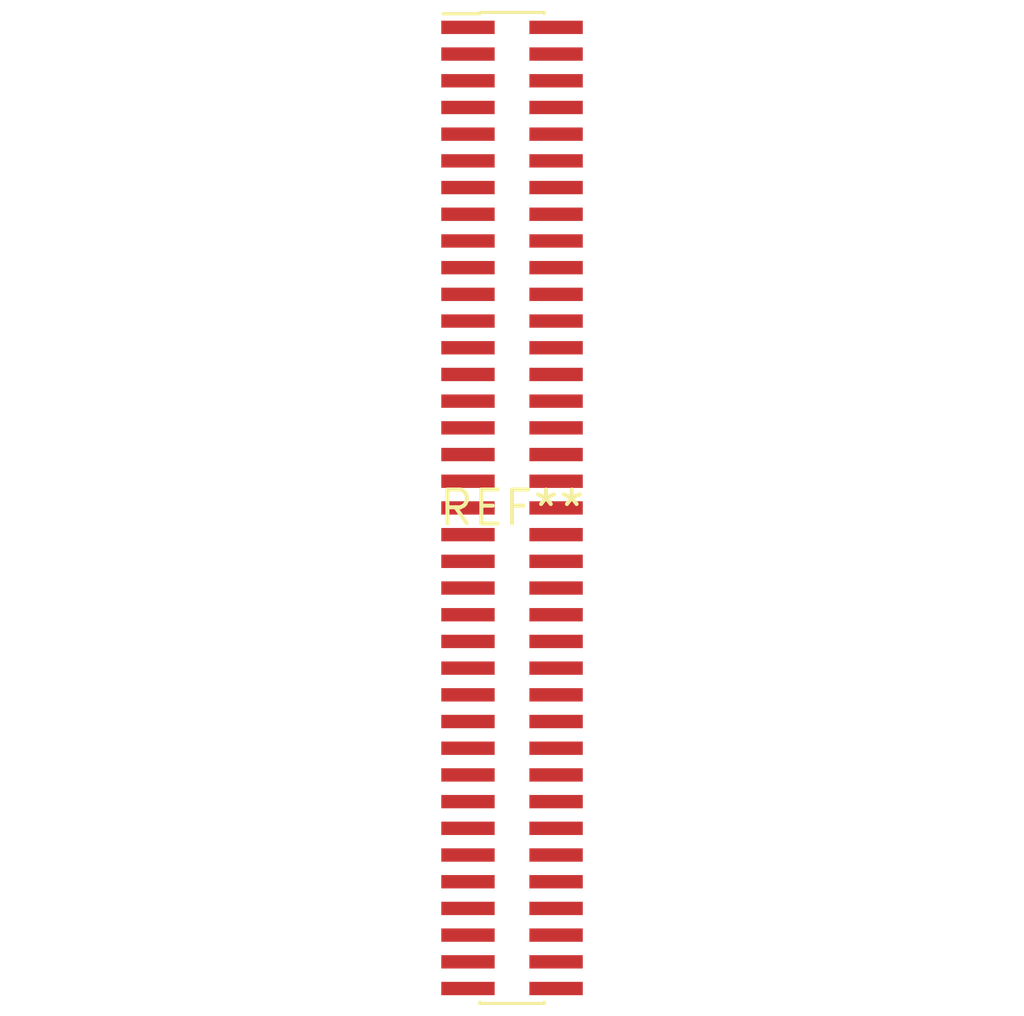
<source format=kicad_pcb>
(kicad_pcb (version 20240108) (generator pcbnew)
  (layers (0 "F.Cu" signal) (31 "B.Cu" signal) (34 "B.Paste" user) (35 "F.Paste" user) (36 "B.SilkS" user "B.Silkscreen") (37 "F.SilkS" user "F.Silkscreen") (38 "B.Mask" user) (39 "F.Mask" user) (44 "Edge.Cuts" user))
  (net 0 "")
  (footprint "PinHeader_2x37_P1.00mm_Vertical_SMD" (layer "F.Cu") (at 0 0)
    (property "Reference" "REF**")
    (property "Value" "PinHeader_2x37_P1.00mm_Vertical_SMD")
    (fp_line (start -2.59 -18.51) (end -1.21 -18.51) (layer "F.SilkS") (stroke (width 0.12)))
    (fp_line (start -1.21 -18.56) (end -1.21 -18.51) (layer "F.SilkS") (stroke (width 0.12)))
    (fp_line (start -1.21 -18.56) (end 1.21 -18.56) (layer "F.SilkS") (stroke (width 0.12)))
    (fp_line (start -1.21 18.51) (end -1.21 18.56) (layer "F.SilkS") (stroke (width 0.12)))
    (fp_line (start -1.21 18.56) (end 1.21 18.56) (layer "F.SilkS") (stroke (width 0.12)))
    (fp_line (start 1.21 -18.56) (end 1.21 -18.51) (layer "F.SilkS") (stroke (width 0.12)))
    (fp_line (start 1.21 18.51) (end 1.21 18.56) (layer "F.SilkS") (stroke (width 0.12)))
    (pad "1" smd rect (at -1.65 -18) (size 2 0.5) (layers "F.Cu" "F.Paste" "F.Mask"))
    (pad "2" smd rect (at 1.65 -18) (size 2 0.5) (layers "F.Cu" "F.Paste" "F.Mask"))
    (pad "3" smd rect (at -1.65 -17) (size 2 0.5) (layers "F.Cu" "F.Paste" "F.Mask"))
    (pad "4" smd rect (at 1.65 -17) (size 2 0.5) (layers "F.Cu" "F.Paste" "F.Mask"))
    (pad "5" smd rect (at -1.65 -16) (size 2 0.5) (layers "F.Cu" "F.Paste" "F.Mask"))
    (pad "6" smd rect (at 1.65 -16) (size 2 0.5) (layers "F.Cu" "F.Paste" "F.Mask"))
    (pad "7" smd rect (at -1.65 -15) (size 2 0.5) (layers "F.Cu" "F.Paste" "F.Mask"))
    (pad "8" smd rect (at 1.65 -15) (size 2 0.5) (layers "F.Cu" "F.Paste" "F.Mask"))
    (pad "9" smd rect (at -1.65 -14) (size 2 0.5) (layers "F.Cu" "F.Paste" "F.Mask"))
    (pad "10" smd rect (at 1.65 -14) (size 2 0.5) (layers "F.Cu" "F.Paste" "F.Mask"))
    (pad "11" smd rect (at -1.65 -13) (size 2 0.5) (layers "F.Cu" "F.Paste" "F.Mask"))
    (pad "12" smd rect (at 1.65 -13) (size 2 0.5) (layers "F.Cu" "F.Paste" "F.Mask"))
    (pad "13" smd rect (at -1.65 -12) (size 2 0.5) (layers "F.Cu" "F.Paste" "F.Mask"))
    (pad "14" smd rect (at 1.65 -12) (size 2 0.5) (layers "F.Cu" "F.Paste" "F.Mask"))
    (pad "15" smd rect (at -1.65 -11) (size 2 0.5) (layers "F.Cu" "F.Paste" "F.Mask"))
    (pad "16" smd rect (at 1.65 -11) (size 2 0.5) (layers "F.Cu" "F.Paste" "F.Mask"))
    (pad "17" smd rect (at -1.65 -10) (size 2 0.5) (layers "F.Cu" "F.Paste" "F.Mask"))
    (pad "18" smd rect (at 1.65 -10) (size 2 0.5) (layers "F.Cu" "F.Paste" "F.Mask"))
    (pad "19" smd rect (at -1.65 -9) (size 2 0.5) (layers "F.Cu" "F.Paste" "F.Mask"))
    (pad "20" smd rect (at 1.65 -9) (size 2 0.5) (layers "F.Cu" "F.Paste" "F.Mask"))
    (pad "21" smd rect (at -1.65 -8) (size 2 0.5) (layers "F.Cu" "F.Paste" "F.Mask"))
    (pad "22" smd rect (at 1.65 -8) (size 2 0.5) (layers "F.Cu" "F.Paste" "F.Mask"))
    (pad "23" smd rect (at -1.65 -7) (size 2 0.5) (layers "F.Cu" "F.Paste" "F.Mask"))
    (pad "24" smd rect (at 1.65 -7) (size 2 0.5) (layers "F.Cu" "F.Paste" "F.Mask"))
    (pad "25" smd rect (at -1.65 -6) (size 2 0.5) (layers "F.Cu" "F.Paste" "F.Mask"))
    (pad "26" smd rect (at 1.65 -6) (size 2 0.5) (layers "F.Cu" "F.Paste" "F.Mask"))
    (pad "27" smd rect (at -1.65 -5) (size 2 0.5) (layers "F.Cu" "F.Paste" "F.Mask"))
    (pad "28" smd rect (at 1.65 -5) (size 2 0.5) (layers "F.Cu" "F.Paste" "F.Mask"))
    (pad "29" smd rect (at -1.65 -4) (size 2 0.5) (layers "F.Cu" "F.Paste" "F.Mask"))
    (pad "30" smd rect (at 1.65 -4) (size 2 0.5) (layers "F.Cu" "F.Paste" "F.Mask"))
    (pad "31" smd rect (at -1.65 -3) (size 2 0.5) (layers "F.Cu" "F.Paste" "F.Mask"))
    (pad "32" smd rect (at 1.65 -3) (size 2 0.5) (layers "F.Cu" "F.Paste" "F.Mask"))
    (pad "33" smd rect (at -1.65 -2) (size 2 0.5) (layers "F.Cu" "F.Paste" "F.Mask"))
    (pad "34" smd rect (at 1.65 -2) (size 2 0.5) (layers "F.Cu" "F.Paste" "F.Mask"))
    (pad "35" smd rect (at -1.65 -1) (size 2 0.5) (layers "F.Cu" "F.Paste" "F.Mask"))
    (pad "36" smd rect (at 1.65 -1) (size 2 0.5) (layers "F.Cu" "F.Paste" "F.Mask"))
    (pad "37" smd rect (at -1.65 0) (size 2 0.5) (layers "F.Cu" "F.Paste" "F.Mask"))
    (pad "38" smd rect (at 1.65 0) (size 2 0.5) (layers "F.Cu" "F.Paste" "F.Mask"))
    (pad "39" smd rect (at -1.65 1) (size 2 0.5) (layers "F.Cu" "F.Paste" "F.Mask"))
    (pad "40" smd rect (at 1.65 1) (size 2 0.5) (layers "F.Cu" "F.Paste" "F.Mask"))
    (pad "41" smd rect (at -1.65 2) (size 2 0.5) (layers "F.Cu" "F.Paste" "F.Mask"))
    (pad "42" smd rect (at 1.65 2) (size 2 0.5) (layers "F.Cu" "F.Paste" "F.Mask"))
    (pad "43" smd rect (at -1.65 3) (size 2 0.5) (layers "F.Cu" "F.Paste" "F.Mask"))
    (pad "44" smd rect (at 1.65 3) (size 2 0.5) (layers "F.Cu" "F.Paste" "F.Mask"))
    (pad "45" smd rect (at -1.65 4) (size 2 0.5) (layers "F.Cu" "F.Paste" "F.Mask"))
    (pad "46" smd rect (at 1.65 4) (size 2 0.5) (layers "F.Cu" "F.Paste" "F.Mask"))
    (pad "47" smd rect (at -1.65 5) (size 2 0.5) (layers "F.Cu" "F.Paste" "F.Mask"))
    (pad "48" smd rect (at 1.65 5) (size 2 0.5) (layers "F.Cu" "F.Paste" "F.Mask"))
    (pad "49" smd rect (at -1.65 6) (size 2 0.5) (layers "F.Cu" "F.Paste" "F.Mask"))
    (pad "50" smd rect (at 1.65 6) (size 2 0.5) (layers "F.Cu" "F.Paste" "F.Mask"))
    (pad "51" smd rect (at -1.65 7) (size 2 0.5) (layers "F.Cu" "F.Paste" "F.Mask"))
    (pad "52" smd rect (at 1.65 7) (size 2 0.5) (layers "F.Cu" "F.Paste" "F.Mask"))
    (pad "53" smd rect (at -1.65 8) (size 2 0.5) (layers "F.Cu" "F.Paste" "F.Mask"))
    (pad "54" smd rect (at 1.65 8) (size 2 0.5) (layers "F.Cu" "F.Paste" "F.Mask"))
    (pad "55" smd rect (at -1.65 9) (size 2 0.5) (layers "F.Cu" "F.Paste" "F.Mask"))
    (pad "56" smd rect (at 1.65 9) (size 2 0.5) (layers "F.Cu" "F.Paste" "F.Mask"))
    (pad "57" smd rect (at -1.65 10) (size 2 0.5) (layers "F.Cu" "F.Paste" "F.Mask"))
    (pad "58" smd rect (at 1.65 10) (size 2 0.5) (layers "F.Cu" "F.Paste" "F.Mask"))
    (pad "59" smd rect (at -1.65 11) (size 2 0.5) (layers "F.Cu" "F.Paste" "F.Mask"))
    (pad "60" smd rect (at 1.65 11) (size 2 0.5) (layers "F.Cu" "F.Paste" "F.Mask"))
    (pad "61" smd rect (at -1.65 12) (size 2 0.5) (layers "F.Cu" "F.Paste" "F.Mask"))
    (pad "62" smd rect (at 1.65 12) (size 2 0.5) (layers "F.Cu" "F.Paste" "F.Mask"))
    (pad "63" smd rect (at -1.65 13) (size 2 0.5) (layers "F.Cu" "F.Paste" "F.Mask"))
    (pad "64" smd rect (at 1.65 13) (size 2 0.5) (layers "F.Cu" "F.Paste" "F.Mask"))
    (pad "65" smd rect (at -1.65 14) (size 2 0.5) (layers "F.Cu" "F.Paste" "F.Mask"))
    (pad "66" smd rect (at 1.65 14) (size 2 0.5) (layers "F.Cu" "F.Paste" "F.Mask"))
    (pad "67" smd rect (at -1.65 15) (size 2 0.5) (layers "F.Cu" "F.Paste" "F.Mask"))
    (pad "68" smd rect (at 1.65 15) (size 2 0.5) (layers "F.Cu" "F.Paste" "F.Mask"))
    (pad "69" smd rect (at -1.65 16) (size 2 0.5) (layers "F.Cu" "F.Paste" "F.Mask"))
    (pad "70" smd rect (at 1.65 16) (size 2 0.5) (layers "F.Cu" "F.Paste" "F.Mask"))
    (pad "71" smd rect (at -1.65 17) (size 2 0.5) (layers "F.Cu" "F.Paste" "F.Mask"))
    (pad "72" smd rect (at 1.65 17) (size 2 0.5) (layers "F.Cu" "F.Paste" "F.Mask"))
    (pad "73" smd rect (at -1.65 18) (size 2 0.5) (layers "F.Cu" "F.Paste" "F.Mask"))
    (pad "74" smd rect (at 1.65 18) (size 2 0.5) (layers "F.Cu" "F.Paste" "F.Mask"))
  )
)
</source>
